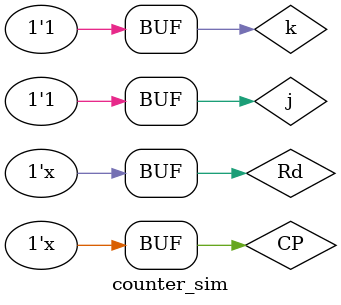
<source format=v>
`timescale 1ns / 1ps


module counter_sim(    );
reg CP,Rd,j,k;
wire Q0,Q1,Q2,Q3;
counter uu(.CP(CP),.Rd(Rd),.j(j),.k(k),.Q0(Q0),.Q1(Q1),.Q2(Q2),.Q3(Q3));
initial
begin
CP=1;
Rd=0;
j=1;
k=1;
end
always # 10 CP=~CP;
always # 500 Rd=~Rd;
endmodule
</source>
